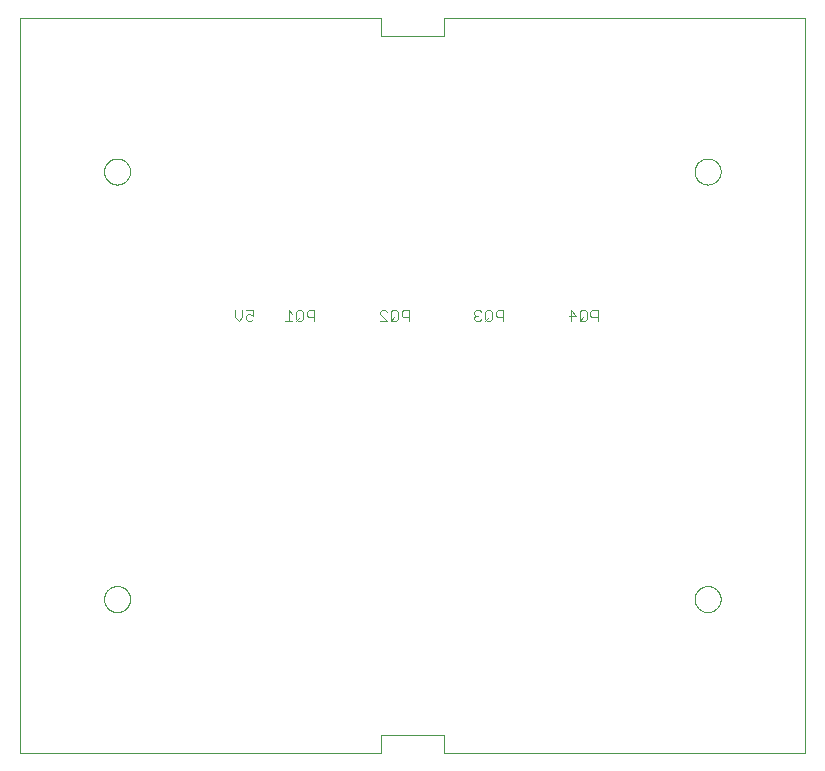
<source format=gbo>
G75*
%MOIN*%
%OFA0B0*%
%FSLAX25Y25*%
%IPPOS*%
%LPD*%
%AMOC8*
5,1,8,0,0,1.08239X$1,22.5*
%
%ADD10C,0.00000*%
%ADD11C,0.00400*%
D10*
X0001000Y0010394D02*
X0001000Y0255276D01*
X0121472Y0255276D01*
X0121472Y0249370D01*
X0142339Y0249370D01*
X0142339Y0255276D01*
X0262811Y0255276D01*
X0262811Y0010394D01*
X0142339Y0010394D01*
X0142339Y0016299D01*
X0121472Y0016299D01*
X0121472Y0010394D01*
X0001000Y0010394D01*
X0029149Y0061575D02*
X0029151Y0061706D01*
X0029157Y0061838D01*
X0029167Y0061969D01*
X0029181Y0062100D01*
X0029199Y0062230D01*
X0029221Y0062359D01*
X0029246Y0062488D01*
X0029276Y0062616D01*
X0029310Y0062743D01*
X0029347Y0062870D01*
X0029388Y0062994D01*
X0029433Y0063118D01*
X0029482Y0063240D01*
X0029534Y0063361D01*
X0029590Y0063479D01*
X0029650Y0063597D01*
X0029713Y0063712D01*
X0029780Y0063825D01*
X0029850Y0063937D01*
X0029923Y0064046D01*
X0029999Y0064152D01*
X0030079Y0064257D01*
X0030162Y0064359D01*
X0030248Y0064458D01*
X0030337Y0064555D01*
X0030429Y0064649D01*
X0030524Y0064740D01*
X0030621Y0064829D01*
X0030721Y0064914D01*
X0030824Y0064996D01*
X0030929Y0065075D01*
X0031036Y0065151D01*
X0031146Y0065223D01*
X0031258Y0065292D01*
X0031372Y0065358D01*
X0031487Y0065420D01*
X0031605Y0065479D01*
X0031724Y0065534D01*
X0031845Y0065586D01*
X0031968Y0065633D01*
X0032092Y0065677D01*
X0032217Y0065718D01*
X0032343Y0065754D01*
X0032471Y0065787D01*
X0032599Y0065815D01*
X0032728Y0065840D01*
X0032858Y0065861D01*
X0032988Y0065878D01*
X0033119Y0065891D01*
X0033250Y0065900D01*
X0033381Y0065905D01*
X0033513Y0065906D01*
X0033644Y0065903D01*
X0033776Y0065896D01*
X0033907Y0065885D01*
X0034037Y0065870D01*
X0034167Y0065851D01*
X0034297Y0065828D01*
X0034425Y0065802D01*
X0034553Y0065771D01*
X0034680Y0065736D01*
X0034806Y0065698D01*
X0034930Y0065656D01*
X0035054Y0065610D01*
X0035175Y0065560D01*
X0035295Y0065507D01*
X0035414Y0065450D01*
X0035531Y0065390D01*
X0035645Y0065326D01*
X0035758Y0065258D01*
X0035869Y0065187D01*
X0035978Y0065113D01*
X0036084Y0065036D01*
X0036188Y0064955D01*
X0036289Y0064872D01*
X0036388Y0064785D01*
X0036484Y0064695D01*
X0036577Y0064602D01*
X0036668Y0064507D01*
X0036755Y0064409D01*
X0036840Y0064308D01*
X0036921Y0064205D01*
X0036999Y0064099D01*
X0037074Y0063991D01*
X0037146Y0063881D01*
X0037214Y0063769D01*
X0037279Y0063655D01*
X0037340Y0063538D01*
X0037398Y0063420D01*
X0037452Y0063300D01*
X0037503Y0063179D01*
X0037550Y0063056D01*
X0037593Y0062932D01*
X0037632Y0062807D01*
X0037668Y0062680D01*
X0037699Y0062552D01*
X0037727Y0062424D01*
X0037751Y0062295D01*
X0037771Y0062165D01*
X0037787Y0062034D01*
X0037799Y0061903D01*
X0037807Y0061772D01*
X0037811Y0061641D01*
X0037811Y0061509D01*
X0037807Y0061378D01*
X0037799Y0061247D01*
X0037787Y0061116D01*
X0037771Y0060985D01*
X0037751Y0060855D01*
X0037727Y0060726D01*
X0037699Y0060598D01*
X0037668Y0060470D01*
X0037632Y0060343D01*
X0037593Y0060218D01*
X0037550Y0060094D01*
X0037503Y0059971D01*
X0037452Y0059850D01*
X0037398Y0059730D01*
X0037340Y0059612D01*
X0037279Y0059495D01*
X0037214Y0059381D01*
X0037146Y0059269D01*
X0037074Y0059159D01*
X0036999Y0059051D01*
X0036921Y0058945D01*
X0036840Y0058842D01*
X0036755Y0058741D01*
X0036668Y0058643D01*
X0036577Y0058548D01*
X0036484Y0058455D01*
X0036388Y0058365D01*
X0036289Y0058278D01*
X0036188Y0058195D01*
X0036084Y0058114D01*
X0035978Y0058037D01*
X0035869Y0057963D01*
X0035758Y0057892D01*
X0035646Y0057824D01*
X0035531Y0057760D01*
X0035414Y0057700D01*
X0035295Y0057643D01*
X0035175Y0057590D01*
X0035054Y0057540D01*
X0034930Y0057494D01*
X0034806Y0057452D01*
X0034680Y0057414D01*
X0034553Y0057379D01*
X0034425Y0057348D01*
X0034297Y0057322D01*
X0034167Y0057299D01*
X0034037Y0057280D01*
X0033907Y0057265D01*
X0033776Y0057254D01*
X0033644Y0057247D01*
X0033513Y0057244D01*
X0033381Y0057245D01*
X0033250Y0057250D01*
X0033119Y0057259D01*
X0032988Y0057272D01*
X0032858Y0057289D01*
X0032728Y0057310D01*
X0032599Y0057335D01*
X0032471Y0057363D01*
X0032343Y0057396D01*
X0032217Y0057432D01*
X0032092Y0057473D01*
X0031968Y0057517D01*
X0031845Y0057564D01*
X0031724Y0057616D01*
X0031605Y0057671D01*
X0031487Y0057730D01*
X0031372Y0057792D01*
X0031258Y0057858D01*
X0031146Y0057927D01*
X0031036Y0057999D01*
X0030929Y0058075D01*
X0030824Y0058154D01*
X0030721Y0058236D01*
X0030621Y0058321D01*
X0030524Y0058410D01*
X0030429Y0058501D01*
X0030337Y0058595D01*
X0030248Y0058692D01*
X0030162Y0058791D01*
X0030079Y0058893D01*
X0029999Y0058998D01*
X0029923Y0059104D01*
X0029850Y0059213D01*
X0029780Y0059325D01*
X0029713Y0059438D01*
X0029650Y0059553D01*
X0029590Y0059671D01*
X0029534Y0059789D01*
X0029482Y0059910D01*
X0029433Y0060032D01*
X0029388Y0060156D01*
X0029347Y0060280D01*
X0029310Y0060407D01*
X0029276Y0060534D01*
X0029246Y0060662D01*
X0029221Y0060791D01*
X0029199Y0060920D01*
X0029181Y0061050D01*
X0029167Y0061181D01*
X0029157Y0061312D01*
X0029151Y0061444D01*
X0029149Y0061575D01*
X0029149Y0204094D02*
X0029151Y0204225D01*
X0029157Y0204357D01*
X0029167Y0204488D01*
X0029181Y0204619D01*
X0029199Y0204749D01*
X0029221Y0204878D01*
X0029246Y0205007D01*
X0029276Y0205135D01*
X0029310Y0205262D01*
X0029347Y0205389D01*
X0029388Y0205513D01*
X0029433Y0205637D01*
X0029482Y0205759D01*
X0029534Y0205880D01*
X0029590Y0205998D01*
X0029650Y0206116D01*
X0029713Y0206231D01*
X0029780Y0206344D01*
X0029850Y0206456D01*
X0029923Y0206565D01*
X0029999Y0206671D01*
X0030079Y0206776D01*
X0030162Y0206878D01*
X0030248Y0206977D01*
X0030337Y0207074D01*
X0030429Y0207168D01*
X0030524Y0207259D01*
X0030621Y0207348D01*
X0030721Y0207433D01*
X0030824Y0207515D01*
X0030929Y0207594D01*
X0031036Y0207670D01*
X0031146Y0207742D01*
X0031258Y0207811D01*
X0031372Y0207877D01*
X0031487Y0207939D01*
X0031605Y0207998D01*
X0031724Y0208053D01*
X0031845Y0208105D01*
X0031968Y0208152D01*
X0032092Y0208196D01*
X0032217Y0208237D01*
X0032343Y0208273D01*
X0032471Y0208306D01*
X0032599Y0208334D01*
X0032728Y0208359D01*
X0032858Y0208380D01*
X0032988Y0208397D01*
X0033119Y0208410D01*
X0033250Y0208419D01*
X0033381Y0208424D01*
X0033513Y0208425D01*
X0033644Y0208422D01*
X0033776Y0208415D01*
X0033907Y0208404D01*
X0034037Y0208389D01*
X0034167Y0208370D01*
X0034297Y0208347D01*
X0034425Y0208321D01*
X0034553Y0208290D01*
X0034680Y0208255D01*
X0034806Y0208217D01*
X0034930Y0208175D01*
X0035054Y0208129D01*
X0035175Y0208079D01*
X0035295Y0208026D01*
X0035414Y0207969D01*
X0035531Y0207909D01*
X0035645Y0207845D01*
X0035758Y0207777D01*
X0035869Y0207706D01*
X0035978Y0207632D01*
X0036084Y0207555D01*
X0036188Y0207474D01*
X0036289Y0207391D01*
X0036388Y0207304D01*
X0036484Y0207214D01*
X0036577Y0207121D01*
X0036668Y0207026D01*
X0036755Y0206928D01*
X0036840Y0206827D01*
X0036921Y0206724D01*
X0036999Y0206618D01*
X0037074Y0206510D01*
X0037146Y0206400D01*
X0037214Y0206288D01*
X0037279Y0206174D01*
X0037340Y0206057D01*
X0037398Y0205939D01*
X0037452Y0205819D01*
X0037503Y0205698D01*
X0037550Y0205575D01*
X0037593Y0205451D01*
X0037632Y0205326D01*
X0037668Y0205199D01*
X0037699Y0205071D01*
X0037727Y0204943D01*
X0037751Y0204814D01*
X0037771Y0204684D01*
X0037787Y0204553D01*
X0037799Y0204422D01*
X0037807Y0204291D01*
X0037811Y0204160D01*
X0037811Y0204028D01*
X0037807Y0203897D01*
X0037799Y0203766D01*
X0037787Y0203635D01*
X0037771Y0203504D01*
X0037751Y0203374D01*
X0037727Y0203245D01*
X0037699Y0203117D01*
X0037668Y0202989D01*
X0037632Y0202862D01*
X0037593Y0202737D01*
X0037550Y0202613D01*
X0037503Y0202490D01*
X0037452Y0202369D01*
X0037398Y0202249D01*
X0037340Y0202131D01*
X0037279Y0202014D01*
X0037214Y0201900D01*
X0037146Y0201788D01*
X0037074Y0201678D01*
X0036999Y0201570D01*
X0036921Y0201464D01*
X0036840Y0201361D01*
X0036755Y0201260D01*
X0036668Y0201162D01*
X0036577Y0201067D01*
X0036484Y0200974D01*
X0036388Y0200884D01*
X0036289Y0200797D01*
X0036188Y0200714D01*
X0036084Y0200633D01*
X0035978Y0200556D01*
X0035869Y0200482D01*
X0035758Y0200411D01*
X0035646Y0200343D01*
X0035531Y0200279D01*
X0035414Y0200219D01*
X0035295Y0200162D01*
X0035175Y0200109D01*
X0035054Y0200059D01*
X0034930Y0200013D01*
X0034806Y0199971D01*
X0034680Y0199933D01*
X0034553Y0199898D01*
X0034425Y0199867D01*
X0034297Y0199841D01*
X0034167Y0199818D01*
X0034037Y0199799D01*
X0033907Y0199784D01*
X0033776Y0199773D01*
X0033644Y0199766D01*
X0033513Y0199763D01*
X0033381Y0199764D01*
X0033250Y0199769D01*
X0033119Y0199778D01*
X0032988Y0199791D01*
X0032858Y0199808D01*
X0032728Y0199829D01*
X0032599Y0199854D01*
X0032471Y0199882D01*
X0032343Y0199915D01*
X0032217Y0199951D01*
X0032092Y0199992D01*
X0031968Y0200036D01*
X0031845Y0200083D01*
X0031724Y0200135D01*
X0031605Y0200190D01*
X0031487Y0200249D01*
X0031372Y0200311D01*
X0031258Y0200377D01*
X0031146Y0200446D01*
X0031036Y0200518D01*
X0030929Y0200594D01*
X0030824Y0200673D01*
X0030721Y0200755D01*
X0030621Y0200840D01*
X0030524Y0200929D01*
X0030429Y0201020D01*
X0030337Y0201114D01*
X0030248Y0201211D01*
X0030162Y0201310D01*
X0030079Y0201412D01*
X0029999Y0201517D01*
X0029923Y0201623D01*
X0029850Y0201732D01*
X0029780Y0201844D01*
X0029713Y0201957D01*
X0029650Y0202072D01*
X0029590Y0202190D01*
X0029534Y0202308D01*
X0029482Y0202429D01*
X0029433Y0202551D01*
X0029388Y0202675D01*
X0029347Y0202799D01*
X0029310Y0202926D01*
X0029276Y0203053D01*
X0029246Y0203181D01*
X0029221Y0203310D01*
X0029199Y0203439D01*
X0029181Y0203569D01*
X0029167Y0203700D01*
X0029157Y0203831D01*
X0029151Y0203963D01*
X0029149Y0204094D01*
X0226000Y0204094D02*
X0226002Y0204225D01*
X0226008Y0204357D01*
X0226018Y0204488D01*
X0226032Y0204619D01*
X0226050Y0204749D01*
X0226072Y0204878D01*
X0226097Y0205007D01*
X0226127Y0205135D01*
X0226161Y0205262D01*
X0226198Y0205389D01*
X0226239Y0205513D01*
X0226284Y0205637D01*
X0226333Y0205759D01*
X0226385Y0205880D01*
X0226441Y0205998D01*
X0226501Y0206116D01*
X0226564Y0206231D01*
X0226631Y0206344D01*
X0226701Y0206456D01*
X0226774Y0206565D01*
X0226850Y0206671D01*
X0226930Y0206776D01*
X0227013Y0206878D01*
X0227099Y0206977D01*
X0227188Y0207074D01*
X0227280Y0207168D01*
X0227375Y0207259D01*
X0227472Y0207348D01*
X0227572Y0207433D01*
X0227675Y0207515D01*
X0227780Y0207594D01*
X0227887Y0207670D01*
X0227997Y0207742D01*
X0228109Y0207811D01*
X0228223Y0207877D01*
X0228338Y0207939D01*
X0228456Y0207998D01*
X0228575Y0208053D01*
X0228696Y0208105D01*
X0228819Y0208152D01*
X0228943Y0208196D01*
X0229068Y0208237D01*
X0229194Y0208273D01*
X0229322Y0208306D01*
X0229450Y0208334D01*
X0229579Y0208359D01*
X0229709Y0208380D01*
X0229839Y0208397D01*
X0229970Y0208410D01*
X0230101Y0208419D01*
X0230232Y0208424D01*
X0230364Y0208425D01*
X0230495Y0208422D01*
X0230627Y0208415D01*
X0230758Y0208404D01*
X0230888Y0208389D01*
X0231018Y0208370D01*
X0231148Y0208347D01*
X0231276Y0208321D01*
X0231404Y0208290D01*
X0231531Y0208255D01*
X0231657Y0208217D01*
X0231781Y0208175D01*
X0231905Y0208129D01*
X0232026Y0208079D01*
X0232146Y0208026D01*
X0232265Y0207969D01*
X0232382Y0207909D01*
X0232496Y0207845D01*
X0232609Y0207777D01*
X0232720Y0207706D01*
X0232829Y0207632D01*
X0232935Y0207555D01*
X0233039Y0207474D01*
X0233140Y0207391D01*
X0233239Y0207304D01*
X0233335Y0207214D01*
X0233428Y0207121D01*
X0233519Y0207026D01*
X0233606Y0206928D01*
X0233691Y0206827D01*
X0233772Y0206724D01*
X0233850Y0206618D01*
X0233925Y0206510D01*
X0233997Y0206400D01*
X0234065Y0206288D01*
X0234130Y0206174D01*
X0234191Y0206057D01*
X0234249Y0205939D01*
X0234303Y0205819D01*
X0234354Y0205698D01*
X0234401Y0205575D01*
X0234444Y0205451D01*
X0234483Y0205326D01*
X0234519Y0205199D01*
X0234550Y0205071D01*
X0234578Y0204943D01*
X0234602Y0204814D01*
X0234622Y0204684D01*
X0234638Y0204553D01*
X0234650Y0204422D01*
X0234658Y0204291D01*
X0234662Y0204160D01*
X0234662Y0204028D01*
X0234658Y0203897D01*
X0234650Y0203766D01*
X0234638Y0203635D01*
X0234622Y0203504D01*
X0234602Y0203374D01*
X0234578Y0203245D01*
X0234550Y0203117D01*
X0234519Y0202989D01*
X0234483Y0202862D01*
X0234444Y0202737D01*
X0234401Y0202613D01*
X0234354Y0202490D01*
X0234303Y0202369D01*
X0234249Y0202249D01*
X0234191Y0202131D01*
X0234130Y0202014D01*
X0234065Y0201900D01*
X0233997Y0201788D01*
X0233925Y0201678D01*
X0233850Y0201570D01*
X0233772Y0201464D01*
X0233691Y0201361D01*
X0233606Y0201260D01*
X0233519Y0201162D01*
X0233428Y0201067D01*
X0233335Y0200974D01*
X0233239Y0200884D01*
X0233140Y0200797D01*
X0233039Y0200714D01*
X0232935Y0200633D01*
X0232829Y0200556D01*
X0232720Y0200482D01*
X0232609Y0200411D01*
X0232497Y0200343D01*
X0232382Y0200279D01*
X0232265Y0200219D01*
X0232146Y0200162D01*
X0232026Y0200109D01*
X0231905Y0200059D01*
X0231781Y0200013D01*
X0231657Y0199971D01*
X0231531Y0199933D01*
X0231404Y0199898D01*
X0231276Y0199867D01*
X0231148Y0199841D01*
X0231018Y0199818D01*
X0230888Y0199799D01*
X0230758Y0199784D01*
X0230627Y0199773D01*
X0230495Y0199766D01*
X0230364Y0199763D01*
X0230232Y0199764D01*
X0230101Y0199769D01*
X0229970Y0199778D01*
X0229839Y0199791D01*
X0229709Y0199808D01*
X0229579Y0199829D01*
X0229450Y0199854D01*
X0229322Y0199882D01*
X0229194Y0199915D01*
X0229068Y0199951D01*
X0228943Y0199992D01*
X0228819Y0200036D01*
X0228696Y0200083D01*
X0228575Y0200135D01*
X0228456Y0200190D01*
X0228338Y0200249D01*
X0228223Y0200311D01*
X0228109Y0200377D01*
X0227997Y0200446D01*
X0227887Y0200518D01*
X0227780Y0200594D01*
X0227675Y0200673D01*
X0227572Y0200755D01*
X0227472Y0200840D01*
X0227375Y0200929D01*
X0227280Y0201020D01*
X0227188Y0201114D01*
X0227099Y0201211D01*
X0227013Y0201310D01*
X0226930Y0201412D01*
X0226850Y0201517D01*
X0226774Y0201623D01*
X0226701Y0201732D01*
X0226631Y0201844D01*
X0226564Y0201957D01*
X0226501Y0202072D01*
X0226441Y0202190D01*
X0226385Y0202308D01*
X0226333Y0202429D01*
X0226284Y0202551D01*
X0226239Y0202675D01*
X0226198Y0202799D01*
X0226161Y0202926D01*
X0226127Y0203053D01*
X0226097Y0203181D01*
X0226072Y0203310D01*
X0226050Y0203439D01*
X0226032Y0203569D01*
X0226018Y0203700D01*
X0226008Y0203831D01*
X0226002Y0203963D01*
X0226000Y0204094D01*
X0226000Y0061575D02*
X0226002Y0061706D01*
X0226008Y0061838D01*
X0226018Y0061969D01*
X0226032Y0062100D01*
X0226050Y0062230D01*
X0226072Y0062359D01*
X0226097Y0062488D01*
X0226127Y0062616D01*
X0226161Y0062743D01*
X0226198Y0062870D01*
X0226239Y0062994D01*
X0226284Y0063118D01*
X0226333Y0063240D01*
X0226385Y0063361D01*
X0226441Y0063479D01*
X0226501Y0063597D01*
X0226564Y0063712D01*
X0226631Y0063825D01*
X0226701Y0063937D01*
X0226774Y0064046D01*
X0226850Y0064152D01*
X0226930Y0064257D01*
X0227013Y0064359D01*
X0227099Y0064458D01*
X0227188Y0064555D01*
X0227280Y0064649D01*
X0227375Y0064740D01*
X0227472Y0064829D01*
X0227572Y0064914D01*
X0227675Y0064996D01*
X0227780Y0065075D01*
X0227887Y0065151D01*
X0227997Y0065223D01*
X0228109Y0065292D01*
X0228223Y0065358D01*
X0228338Y0065420D01*
X0228456Y0065479D01*
X0228575Y0065534D01*
X0228696Y0065586D01*
X0228819Y0065633D01*
X0228943Y0065677D01*
X0229068Y0065718D01*
X0229194Y0065754D01*
X0229322Y0065787D01*
X0229450Y0065815D01*
X0229579Y0065840D01*
X0229709Y0065861D01*
X0229839Y0065878D01*
X0229970Y0065891D01*
X0230101Y0065900D01*
X0230232Y0065905D01*
X0230364Y0065906D01*
X0230495Y0065903D01*
X0230627Y0065896D01*
X0230758Y0065885D01*
X0230888Y0065870D01*
X0231018Y0065851D01*
X0231148Y0065828D01*
X0231276Y0065802D01*
X0231404Y0065771D01*
X0231531Y0065736D01*
X0231657Y0065698D01*
X0231781Y0065656D01*
X0231905Y0065610D01*
X0232026Y0065560D01*
X0232146Y0065507D01*
X0232265Y0065450D01*
X0232382Y0065390D01*
X0232496Y0065326D01*
X0232609Y0065258D01*
X0232720Y0065187D01*
X0232829Y0065113D01*
X0232935Y0065036D01*
X0233039Y0064955D01*
X0233140Y0064872D01*
X0233239Y0064785D01*
X0233335Y0064695D01*
X0233428Y0064602D01*
X0233519Y0064507D01*
X0233606Y0064409D01*
X0233691Y0064308D01*
X0233772Y0064205D01*
X0233850Y0064099D01*
X0233925Y0063991D01*
X0233997Y0063881D01*
X0234065Y0063769D01*
X0234130Y0063655D01*
X0234191Y0063538D01*
X0234249Y0063420D01*
X0234303Y0063300D01*
X0234354Y0063179D01*
X0234401Y0063056D01*
X0234444Y0062932D01*
X0234483Y0062807D01*
X0234519Y0062680D01*
X0234550Y0062552D01*
X0234578Y0062424D01*
X0234602Y0062295D01*
X0234622Y0062165D01*
X0234638Y0062034D01*
X0234650Y0061903D01*
X0234658Y0061772D01*
X0234662Y0061641D01*
X0234662Y0061509D01*
X0234658Y0061378D01*
X0234650Y0061247D01*
X0234638Y0061116D01*
X0234622Y0060985D01*
X0234602Y0060855D01*
X0234578Y0060726D01*
X0234550Y0060598D01*
X0234519Y0060470D01*
X0234483Y0060343D01*
X0234444Y0060218D01*
X0234401Y0060094D01*
X0234354Y0059971D01*
X0234303Y0059850D01*
X0234249Y0059730D01*
X0234191Y0059612D01*
X0234130Y0059495D01*
X0234065Y0059381D01*
X0233997Y0059269D01*
X0233925Y0059159D01*
X0233850Y0059051D01*
X0233772Y0058945D01*
X0233691Y0058842D01*
X0233606Y0058741D01*
X0233519Y0058643D01*
X0233428Y0058548D01*
X0233335Y0058455D01*
X0233239Y0058365D01*
X0233140Y0058278D01*
X0233039Y0058195D01*
X0232935Y0058114D01*
X0232829Y0058037D01*
X0232720Y0057963D01*
X0232609Y0057892D01*
X0232497Y0057824D01*
X0232382Y0057760D01*
X0232265Y0057700D01*
X0232146Y0057643D01*
X0232026Y0057590D01*
X0231905Y0057540D01*
X0231781Y0057494D01*
X0231657Y0057452D01*
X0231531Y0057414D01*
X0231404Y0057379D01*
X0231276Y0057348D01*
X0231148Y0057322D01*
X0231018Y0057299D01*
X0230888Y0057280D01*
X0230758Y0057265D01*
X0230627Y0057254D01*
X0230495Y0057247D01*
X0230364Y0057244D01*
X0230232Y0057245D01*
X0230101Y0057250D01*
X0229970Y0057259D01*
X0229839Y0057272D01*
X0229709Y0057289D01*
X0229579Y0057310D01*
X0229450Y0057335D01*
X0229322Y0057363D01*
X0229194Y0057396D01*
X0229068Y0057432D01*
X0228943Y0057473D01*
X0228819Y0057517D01*
X0228696Y0057564D01*
X0228575Y0057616D01*
X0228456Y0057671D01*
X0228338Y0057730D01*
X0228223Y0057792D01*
X0228109Y0057858D01*
X0227997Y0057927D01*
X0227887Y0057999D01*
X0227780Y0058075D01*
X0227675Y0058154D01*
X0227572Y0058236D01*
X0227472Y0058321D01*
X0227375Y0058410D01*
X0227280Y0058501D01*
X0227188Y0058595D01*
X0227099Y0058692D01*
X0227013Y0058791D01*
X0226930Y0058893D01*
X0226850Y0058998D01*
X0226774Y0059104D01*
X0226701Y0059213D01*
X0226631Y0059325D01*
X0226564Y0059438D01*
X0226501Y0059553D01*
X0226441Y0059671D01*
X0226385Y0059789D01*
X0226333Y0059910D01*
X0226284Y0060032D01*
X0226239Y0060156D01*
X0226198Y0060280D01*
X0226161Y0060407D01*
X0226127Y0060534D01*
X0226097Y0060662D01*
X0226072Y0060791D01*
X0226050Y0060920D01*
X0226032Y0061050D01*
X0226018Y0061181D01*
X0226008Y0061312D01*
X0226002Y0061444D01*
X0226000Y0061575D01*
D11*
X0193639Y0154294D02*
X0193639Y0157835D01*
X0191869Y0157835D01*
X0191279Y0157245D01*
X0191279Y0156064D01*
X0191869Y0155474D01*
X0193639Y0155474D01*
X0190014Y0154884D02*
X0190014Y0157245D01*
X0189424Y0157835D01*
X0188244Y0157835D01*
X0187654Y0157245D01*
X0187654Y0154884D01*
X0188244Y0154294D01*
X0189424Y0154294D01*
X0190014Y0154884D01*
X0188834Y0155474D02*
X0187654Y0154294D01*
X0186389Y0156064D02*
X0184029Y0156064D01*
X0184619Y0154294D02*
X0184619Y0157835D01*
X0186389Y0156064D01*
X0162143Y0155474D02*
X0160373Y0155474D01*
X0159783Y0156064D01*
X0159783Y0157245D01*
X0160373Y0157835D01*
X0162143Y0157835D01*
X0162143Y0154294D01*
X0158518Y0154884D02*
X0158518Y0157245D01*
X0157928Y0157835D01*
X0156748Y0157835D01*
X0156158Y0157245D01*
X0156158Y0154884D01*
X0156748Y0154294D01*
X0157928Y0154294D01*
X0158518Y0154884D01*
X0157338Y0155474D02*
X0156158Y0154294D01*
X0154893Y0154884D02*
X0154303Y0154294D01*
X0153123Y0154294D01*
X0152533Y0154884D01*
X0152533Y0155474D01*
X0153123Y0156064D01*
X0153713Y0156064D01*
X0153123Y0156064D02*
X0152533Y0156655D01*
X0152533Y0157245D01*
X0153123Y0157835D01*
X0154303Y0157835D01*
X0154893Y0157245D01*
X0130647Y0157835D02*
X0130647Y0154294D01*
X0130647Y0155474D02*
X0128877Y0155474D01*
X0128287Y0156064D01*
X0128287Y0157245D01*
X0128877Y0157835D01*
X0130647Y0157835D01*
X0127022Y0157245D02*
X0127022Y0154884D01*
X0126432Y0154294D01*
X0125252Y0154294D01*
X0124662Y0154884D01*
X0124662Y0157245D01*
X0125252Y0157835D01*
X0126432Y0157835D01*
X0127022Y0157245D01*
X0125842Y0155474D02*
X0124662Y0154294D01*
X0123397Y0154294D02*
X0121037Y0156655D01*
X0121037Y0157245D01*
X0121627Y0157835D01*
X0122807Y0157835D01*
X0123397Y0157245D01*
X0123397Y0154294D02*
X0121037Y0154294D01*
X0099151Y0154294D02*
X0099151Y0157835D01*
X0097381Y0157835D01*
X0096791Y0157245D01*
X0096791Y0156064D01*
X0097381Y0155474D01*
X0099151Y0155474D01*
X0095526Y0154884D02*
X0095526Y0157245D01*
X0094936Y0157835D01*
X0093756Y0157835D01*
X0093166Y0157245D01*
X0093166Y0154884D01*
X0093756Y0154294D01*
X0094936Y0154294D01*
X0095526Y0154884D01*
X0094346Y0155474D02*
X0093166Y0154294D01*
X0091901Y0154294D02*
X0089541Y0154294D01*
X0090721Y0154294D02*
X0090721Y0157835D01*
X0091901Y0156655D01*
X0078835Y0156064D02*
X0077655Y0156655D01*
X0077065Y0156655D01*
X0076475Y0156064D01*
X0076475Y0154884D01*
X0077065Y0154294D01*
X0078245Y0154294D01*
X0078835Y0154884D01*
X0078835Y0156064D02*
X0078835Y0157835D01*
X0076475Y0157835D01*
X0075209Y0157835D02*
X0075209Y0155474D01*
X0074029Y0154294D01*
X0072849Y0155474D01*
X0072849Y0157835D01*
M02*

</source>
